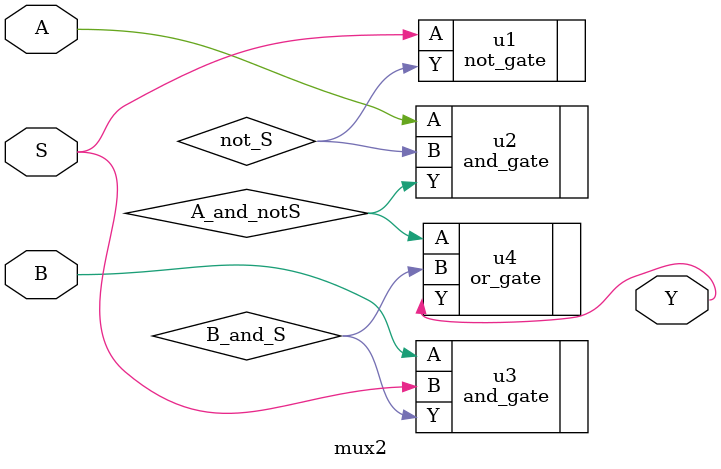
<source format=v>
`timescale 1ns/1ps

module mux2 (
    input wire A,
    input wire B,
    input wire S,
    output wire Y
);

    wire not_S;
    wire A_and_notS;
    wire B_and_S;

    // Instantiate NOT gate
    not_gate u1 (.A(S), .Y(not_S));

    // A AND ~S
    and_gate u2 (.A(A), .B(not_S), .Y(A_and_notS));

    // B AND S
    and_gate u3 (.A(B), .B(S), .Y(B_and_S));

    // Final OR
    or_gate u4 (.A(A_and_notS), .B(B_and_S), .Y(Y));

endmodule


</source>
